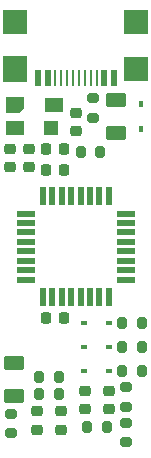
<source format=gbr>
%TF.GenerationSoftware,KiCad,Pcbnew,(6.0.8)*%
%TF.CreationDate,2022-12-15T00:43:05+01:00*%
%TF.ProjectId,Dact,44616374-2e6b-4696-9361-645f70636258,rev?*%
%TF.SameCoordinates,Original*%
%TF.FileFunction,Paste,Top*%
%TF.FilePolarity,Positive*%
%FSLAX46Y46*%
G04 Gerber Fmt 4.6, Leading zero omitted, Abs format (unit mm)*
G04 Created by KiCad (PCBNEW (6.0.8)) date 2022-12-15 00:43:05*
%MOMM*%
%LPD*%
G01*
G04 APERTURE LIST*
G04 Aperture macros list*
%AMRoundRect*
0 Rectangle with rounded corners*
0 $1 Rounding radius*
0 $2 $3 $4 $5 $6 $7 $8 $9 X,Y pos of 4 corners*
0 Add a 4 corners polygon primitive as box body*
4,1,4,$2,$3,$4,$5,$6,$7,$8,$9,$2,$3,0*
0 Add four circle primitives for the rounded corners*
1,1,$1+$1,$2,$3*
1,1,$1+$1,$4,$5*
1,1,$1+$1,$6,$7*
1,1,$1+$1,$8,$9*
0 Add four rect primitives between the rounded corners*
20,1,$1+$1,$2,$3,$4,$5,0*
20,1,$1+$1,$4,$5,$6,$7,0*
20,1,$1+$1,$6,$7,$8,$9,0*
20,1,$1+$1,$8,$9,$2,$3,0*%
%AMOutline5P*
0 Free polygon, 5 corners , with rotation*
0 The origin of the aperture is its center*
0 number of corners: always 5*
0 $1 to $10 corner X, Y*
0 $11 Rotation angle, in degrees counterclockwise*
0 create outline with 5 corners*
4,1,5,$1,$2,$3,$4,$5,$6,$7,$8,$9,$10,$1,$2,$11*%
%AMOutline6P*
0 Free polygon, 6 corners , with rotation*
0 The origin of the aperture is its center*
0 number of corners: always 6*
0 $1 to $12 corner X, Y*
0 $13 Rotation angle, in degrees counterclockwise*
0 create outline with 6 corners*
4,1,6,$1,$2,$3,$4,$5,$6,$7,$8,$9,$10,$11,$12,$1,$2,$13*%
%AMOutline7P*
0 Free polygon, 7 corners , with rotation*
0 The origin of the aperture is its center*
0 number of corners: always 7*
0 $1 to $14 corner X, Y*
0 $15 Rotation angle, in degrees counterclockwise*
0 create outline with 7 corners*
4,1,7,$1,$2,$3,$4,$5,$6,$7,$8,$9,$10,$11,$12,$13,$14,$1,$2,$15*%
%AMOutline8P*
0 Free polygon, 8 corners , with rotation*
0 The origin of the aperture is its center*
0 number of corners: always 8*
0 $1 to $16 corner X, Y*
0 $17 Rotation angle, in degrees counterclockwise*
0 create outline with 8 corners*
4,1,8,$1,$2,$3,$4,$5,$6,$7,$8,$9,$10,$11,$12,$13,$14,$15,$16,$1,$2,$17*%
G04 Aperture macros list end*
%ADD10RoundRect,0.200000X-0.275000X0.200000X-0.275000X-0.200000X0.275000X-0.200000X0.275000X0.200000X0*%
%ADD11RoundRect,0.225000X-0.225000X-0.250000X0.225000X-0.250000X0.225000X0.250000X-0.225000X0.250000X0*%
%ADD12RoundRect,0.218750X-0.256250X0.218750X-0.256250X-0.218750X0.256250X-0.218750X0.256250X0.218750X0*%
%ADD13RoundRect,0.200000X0.200000X0.275000X-0.200000X0.275000X-0.200000X-0.275000X0.200000X-0.275000X0*%
%ADD14R,0.250000X1.450000*%
%ADD15R,0.300000X1.450000*%
%ADD16R,2.000000X2.000000*%
%ADD17R,2.000000X2.200000*%
%ADD18RoundRect,0.200000X-0.200000X-0.275000X0.200000X-0.275000X0.200000X0.275000X-0.200000X0.275000X0*%
%ADD19R,0.550000X1.600000*%
%ADD20R,1.600000X0.550000*%
%ADD21R,0.600000X0.450000*%
%ADD22RoundRect,0.225000X-0.250000X0.225000X-0.250000X-0.225000X0.250000X-0.225000X0.250000X0.225000X0*%
%ADD23RoundRect,0.250000X0.625000X-0.375000X0.625000X0.375000X-0.625000X0.375000X-0.625000X-0.375000X0*%
%ADD24RoundRect,0.250000X-0.625000X0.375000X-0.625000X-0.375000X0.625000X-0.375000X0.625000X0.375000X0*%
%ADD25R,1.600000X1.300000*%
%ADD26R,1.150000X1.300000*%
%ADD27Outline5P,-0.800000X0.650000X0.800000X0.650000X0.800000X-0.260000X0.410000X-0.650000X-0.800000X-0.650000X0.000000*%
%ADD28RoundRect,0.200000X0.275000X-0.200000X0.275000X0.200000X-0.275000X0.200000X-0.275000X-0.200000X0*%
%ADD29R,0.450000X0.600000*%
G04 APERTURE END LIST*
D10*
%TO.C,R32*%
X153870000Y-84735000D03*
X153870000Y-86385000D03*
%TD*%
D11*
%TO.C,C1*%
X147095000Y-66310000D03*
X148645000Y-66310000D03*
%TD*%
D12*
%TO.C,D26*%
X146370000Y-86772500D03*
X146370000Y-88347500D03*
%TD*%
D11*
%TO.C,C14*%
X147095000Y-78860000D03*
X148645000Y-78860000D03*
%TD*%
D13*
%TO.C,R31*%
X148195000Y-85310000D03*
X146545000Y-85310000D03*
%TD*%
D14*
%TO.C,J3*%
X153020000Y-58572500D03*
X152220000Y-58572500D03*
X150895000Y-58572500D03*
X149895000Y-58572500D03*
X149395000Y-58572500D03*
X148395000Y-58572500D03*
X147070000Y-58572500D03*
X146270000Y-58572500D03*
D15*
X146545000Y-58572500D03*
X147345000Y-58572500D03*
D14*
X147895000Y-58572500D03*
X148895000Y-58572500D03*
X150395000Y-58572500D03*
X151395000Y-58572500D03*
D15*
X151945000Y-58572500D03*
X152745000Y-58572500D03*
D16*
X154730000Y-53822500D03*
X144510000Y-53822500D03*
D17*
X144510000Y-57752500D03*
D16*
X154730000Y-57752500D03*
%TD*%
D18*
%TO.C,R33*%
X150595000Y-88060000D03*
X152245000Y-88060000D03*
%TD*%
D19*
%TO.C,U1*%
X146820000Y-77060000D03*
X147620000Y-77060000D03*
X148420000Y-77060000D03*
X149220000Y-77060000D03*
X150020000Y-77060000D03*
X150820000Y-77060000D03*
X151620000Y-77060000D03*
X152420000Y-77060000D03*
D20*
X153870000Y-75610000D03*
X153870000Y-74810000D03*
X153870000Y-74010000D03*
X153870000Y-73210000D03*
X153870000Y-72410000D03*
X153870000Y-71610000D03*
X153870000Y-70810000D03*
X153870000Y-70010000D03*
D19*
X152420000Y-68560000D03*
X151620000Y-68560000D03*
X150820000Y-68560000D03*
X150020000Y-68560000D03*
X149220000Y-68560000D03*
X148420000Y-68560000D03*
X147620000Y-68560000D03*
X146820000Y-68560000D03*
D20*
X145370000Y-70010000D03*
X145370000Y-70810000D03*
X145370000Y-71610000D03*
X145370000Y-72410000D03*
X145370000Y-73210000D03*
X145370000Y-74010000D03*
X145370000Y-74810000D03*
X145370000Y-75610000D03*
%TD*%
D18*
%TO.C,R11*%
X153545000Y-83310000D03*
X155195000Y-83310000D03*
%TD*%
D21*
%TO.C,D13*%
X152420000Y-79312500D03*
X150320000Y-79312500D03*
%TD*%
D22*
%TO.C,C9*%
X145620000Y-64535000D03*
X145620000Y-66085000D03*
%TD*%
D21*
%TO.C,D12*%
X152420000Y-81312500D03*
X150320000Y-81312500D03*
%TD*%
%TO.C,D11*%
X152420000Y-83312500D03*
X150320000Y-83312500D03*
%TD*%
D23*
%TO.C,F1*%
X144420000Y-85460000D03*
X144420000Y-82660000D03*
%TD*%
D24*
%TO.C,F3*%
X153020000Y-60410000D03*
X153020000Y-63210000D03*
%TD*%
D13*
%TO.C,R23*%
X151695000Y-64810000D03*
X150045000Y-64810000D03*
%TD*%
D25*
%TO.C,Y2*%
X144470000Y-62810000D03*
D26*
X147545000Y-62810000D03*
D25*
X147770000Y-60810000D03*
D27*
X144470000Y-60810000D03*
%TD*%
D18*
%TO.C,R13*%
X153545000Y-79310000D03*
X155195000Y-79310000D03*
%TD*%
%TO.C,R30*%
X146545000Y-83810000D03*
X148195000Y-83810000D03*
%TD*%
D28*
%TO.C,R24*%
X153870000Y-89385000D03*
X153870000Y-87735000D03*
%TD*%
D10*
%TO.C,R29*%
X151120000Y-60235000D03*
X151120000Y-61885000D03*
%TD*%
D22*
%TO.C,C12*%
X144020000Y-64535000D03*
X144020000Y-66085000D03*
%TD*%
D12*
%TO.C,D29*%
X150420000Y-85022500D03*
X150420000Y-86597500D03*
%TD*%
D28*
%TO.C,R25*%
X144120000Y-88635000D03*
X144120000Y-86985000D03*
%TD*%
D29*
%TO.C,D30*%
X155122500Y-60760000D03*
X155122500Y-62860000D03*
%TD*%
D11*
%TO.C,C8*%
X147095000Y-64560000D03*
X148645000Y-64560000D03*
%TD*%
D12*
%TO.C,D28*%
X152420000Y-85022500D03*
X152420000Y-86597500D03*
%TD*%
%TO.C,D27*%
X148370000Y-86772500D03*
X148370000Y-88347500D03*
%TD*%
D18*
%TO.C,R12*%
X153545000Y-81310000D03*
X155195000Y-81310000D03*
%TD*%
D22*
%TO.C,C7*%
X149645000Y-61485000D03*
X149645000Y-63035000D03*
%TD*%
M02*

</source>
